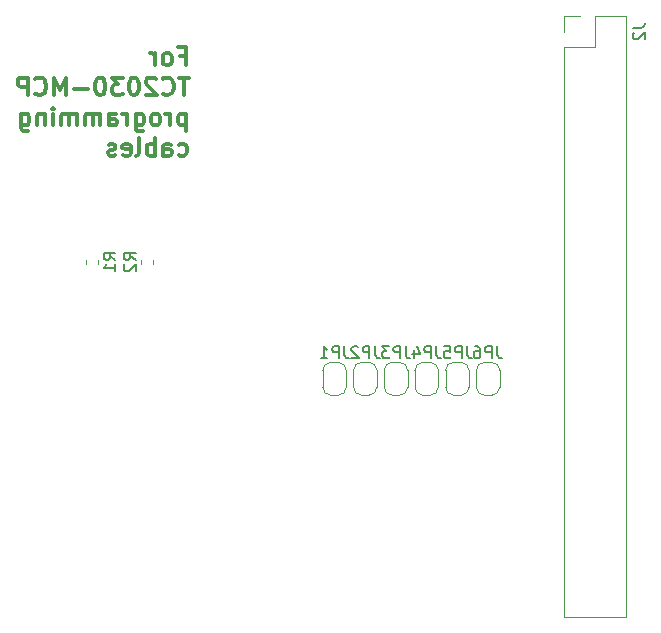
<source format=gbo>
G04 #@! TF.GenerationSoftware,KiCad,Pcbnew,5.0-dev-unknown-9241a39~61~ubuntu17.10.1*
G04 #@! TF.CreationDate,2018-07-25T16:03:07+02:00*
G04 #@! TF.ProjectId,tag-connect-hat,7461672D636F6E6E6563742D6861742E,rev?*
G04 #@! TF.SameCoordinates,Original*
G04 #@! TF.FileFunction,Legend,Bot*
G04 #@! TF.FilePolarity,Positive*
%FSLAX46Y46*%
G04 Gerber Fmt 4.6, Leading zero omitted, Abs format (unit mm)*
G04 Created by KiCad (PCBNEW 5.0-dev-unknown-9241a39~61~ubuntu17.10.1) date Wed Jul 25 16:03:07 2018*
%MOMM*%
%LPD*%
G01*
G04 APERTURE LIST*
%ADD10C,0.300000*%
%ADD11C,0.120000*%
%ADD12C,0.150000*%
G04 APERTURE END LIST*
D10*
X91147857Y-103067857D02*
X91647857Y-103067857D01*
X91647857Y-103853571D02*
X91647857Y-102353571D01*
X90933571Y-102353571D01*
X90147857Y-103853571D02*
X90290714Y-103782142D01*
X90362142Y-103710714D01*
X90433571Y-103567857D01*
X90433571Y-103139285D01*
X90362142Y-102996428D01*
X90290714Y-102925000D01*
X90147857Y-102853571D01*
X89933571Y-102853571D01*
X89790714Y-102925000D01*
X89719285Y-102996428D01*
X89647857Y-103139285D01*
X89647857Y-103567857D01*
X89719285Y-103710714D01*
X89790714Y-103782142D01*
X89933571Y-103853571D01*
X90147857Y-103853571D01*
X89005000Y-103853571D02*
X89005000Y-102853571D01*
X89005000Y-103139285D02*
X88933571Y-102996428D01*
X88862142Y-102925000D01*
X88719285Y-102853571D01*
X88576428Y-102853571D01*
X91862142Y-104903571D02*
X91005000Y-104903571D01*
X91433571Y-106403571D02*
X91433571Y-104903571D01*
X89647857Y-106260714D02*
X89719285Y-106332142D01*
X89933571Y-106403571D01*
X90076428Y-106403571D01*
X90290714Y-106332142D01*
X90433571Y-106189285D01*
X90505000Y-106046428D01*
X90576428Y-105760714D01*
X90576428Y-105546428D01*
X90505000Y-105260714D01*
X90433571Y-105117857D01*
X90290714Y-104975000D01*
X90076428Y-104903571D01*
X89933571Y-104903571D01*
X89719285Y-104975000D01*
X89647857Y-105046428D01*
X89076428Y-105046428D02*
X89005000Y-104975000D01*
X88862142Y-104903571D01*
X88505000Y-104903571D01*
X88362142Y-104975000D01*
X88290714Y-105046428D01*
X88219285Y-105189285D01*
X88219285Y-105332142D01*
X88290714Y-105546428D01*
X89147857Y-106403571D01*
X88219285Y-106403571D01*
X87290714Y-104903571D02*
X87147857Y-104903571D01*
X87005000Y-104975000D01*
X86933571Y-105046428D01*
X86862142Y-105189285D01*
X86790714Y-105475000D01*
X86790714Y-105832142D01*
X86862142Y-106117857D01*
X86933571Y-106260714D01*
X87005000Y-106332142D01*
X87147857Y-106403571D01*
X87290714Y-106403571D01*
X87433571Y-106332142D01*
X87505000Y-106260714D01*
X87576428Y-106117857D01*
X87647857Y-105832142D01*
X87647857Y-105475000D01*
X87576428Y-105189285D01*
X87505000Y-105046428D01*
X87433571Y-104975000D01*
X87290714Y-104903571D01*
X86290714Y-104903571D02*
X85362142Y-104903571D01*
X85862142Y-105475000D01*
X85647857Y-105475000D01*
X85505000Y-105546428D01*
X85433571Y-105617857D01*
X85362142Y-105760714D01*
X85362142Y-106117857D01*
X85433571Y-106260714D01*
X85505000Y-106332142D01*
X85647857Y-106403571D01*
X86076428Y-106403571D01*
X86219285Y-106332142D01*
X86290714Y-106260714D01*
X84433571Y-104903571D02*
X84290714Y-104903571D01*
X84147857Y-104975000D01*
X84076428Y-105046428D01*
X84005000Y-105189285D01*
X83933571Y-105475000D01*
X83933571Y-105832142D01*
X84005000Y-106117857D01*
X84076428Y-106260714D01*
X84147857Y-106332142D01*
X84290714Y-106403571D01*
X84433571Y-106403571D01*
X84576428Y-106332142D01*
X84647857Y-106260714D01*
X84719285Y-106117857D01*
X84790714Y-105832142D01*
X84790714Y-105475000D01*
X84719285Y-105189285D01*
X84647857Y-105046428D01*
X84576428Y-104975000D01*
X84433571Y-104903571D01*
X83290714Y-105832142D02*
X82147857Y-105832142D01*
X81433571Y-106403571D02*
X81433571Y-104903571D01*
X80933571Y-105975000D01*
X80433571Y-104903571D01*
X80433571Y-106403571D01*
X78862142Y-106260714D02*
X78933571Y-106332142D01*
X79147857Y-106403571D01*
X79290714Y-106403571D01*
X79505000Y-106332142D01*
X79647857Y-106189285D01*
X79719285Y-106046428D01*
X79790714Y-105760714D01*
X79790714Y-105546428D01*
X79719285Y-105260714D01*
X79647857Y-105117857D01*
X79505000Y-104975000D01*
X79290714Y-104903571D01*
X79147857Y-104903571D01*
X78933571Y-104975000D01*
X78862142Y-105046428D01*
X78219285Y-106403571D02*
X78219285Y-104903571D01*
X77647857Y-104903571D01*
X77505000Y-104975000D01*
X77433571Y-105046428D01*
X77362142Y-105189285D01*
X77362142Y-105403571D01*
X77433571Y-105546428D01*
X77505000Y-105617857D01*
X77647857Y-105689285D01*
X78219285Y-105689285D01*
X91647857Y-107953571D02*
X91647857Y-109453571D01*
X91647857Y-108025000D02*
X91505000Y-107953571D01*
X91219285Y-107953571D01*
X91076428Y-108025000D01*
X91005000Y-108096428D01*
X90933571Y-108239285D01*
X90933571Y-108667857D01*
X91005000Y-108810714D01*
X91076428Y-108882142D01*
X91219285Y-108953571D01*
X91505000Y-108953571D01*
X91647857Y-108882142D01*
X90290714Y-108953571D02*
X90290714Y-107953571D01*
X90290714Y-108239285D02*
X90219285Y-108096428D01*
X90147857Y-108025000D01*
X90005000Y-107953571D01*
X89862142Y-107953571D01*
X89147857Y-108953571D02*
X89290714Y-108882142D01*
X89362142Y-108810714D01*
X89433571Y-108667857D01*
X89433571Y-108239285D01*
X89362142Y-108096428D01*
X89290714Y-108025000D01*
X89147857Y-107953571D01*
X88933571Y-107953571D01*
X88790714Y-108025000D01*
X88719285Y-108096428D01*
X88647857Y-108239285D01*
X88647857Y-108667857D01*
X88719285Y-108810714D01*
X88790714Y-108882142D01*
X88933571Y-108953571D01*
X89147857Y-108953571D01*
X87362142Y-107953571D02*
X87362142Y-109167857D01*
X87433571Y-109310714D01*
X87505000Y-109382142D01*
X87647857Y-109453571D01*
X87862142Y-109453571D01*
X88005000Y-109382142D01*
X87362142Y-108882142D02*
X87505000Y-108953571D01*
X87790714Y-108953571D01*
X87933571Y-108882142D01*
X88005000Y-108810714D01*
X88076428Y-108667857D01*
X88076428Y-108239285D01*
X88005000Y-108096428D01*
X87933571Y-108025000D01*
X87790714Y-107953571D01*
X87505000Y-107953571D01*
X87362142Y-108025000D01*
X86647857Y-108953571D02*
X86647857Y-107953571D01*
X86647857Y-108239285D02*
X86576428Y-108096428D01*
X86505000Y-108025000D01*
X86362142Y-107953571D01*
X86219285Y-107953571D01*
X85076428Y-108953571D02*
X85076428Y-108167857D01*
X85147857Y-108025000D01*
X85290714Y-107953571D01*
X85576428Y-107953571D01*
X85719285Y-108025000D01*
X85076428Y-108882142D02*
X85219285Y-108953571D01*
X85576428Y-108953571D01*
X85719285Y-108882142D01*
X85790714Y-108739285D01*
X85790714Y-108596428D01*
X85719285Y-108453571D01*
X85576428Y-108382142D01*
X85219285Y-108382142D01*
X85076428Y-108310714D01*
X84362142Y-108953571D02*
X84362142Y-107953571D01*
X84362142Y-108096428D02*
X84290714Y-108025000D01*
X84147857Y-107953571D01*
X83933571Y-107953571D01*
X83790714Y-108025000D01*
X83719285Y-108167857D01*
X83719285Y-108953571D01*
X83719285Y-108167857D02*
X83647857Y-108025000D01*
X83505000Y-107953571D01*
X83290714Y-107953571D01*
X83147857Y-108025000D01*
X83076428Y-108167857D01*
X83076428Y-108953571D01*
X82362142Y-108953571D02*
X82362142Y-107953571D01*
X82362142Y-108096428D02*
X82290714Y-108025000D01*
X82147857Y-107953571D01*
X81933571Y-107953571D01*
X81790714Y-108025000D01*
X81719285Y-108167857D01*
X81719285Y-108953571D01*
X81719285Y-108167857D02*
X81647857Y-108025000D01*
X81505000Y-107953571D01*
X81290714Y-107953571D01*
X81147857Y-108025000D01*
X81076428Y-108167857D01*
X81076428Y-108953571D01*
X80362142Y-108953571D02*
X80362142Y-107953571D01*
X80362142Y-107453571D02*
X80433571Y-107525000D01*
X80362142Y-107596428D01*
X80290714Y-107525000D01*
X80362142Y-107453571D01*
X80362142Y-107596428D01*
X79647857Y-107953571D02*
X79647857Y-108953571D01*
X79647857Y-108096428D02*
X79576428Y-108025000D01*
X79433571Y-107953571D01*
X79219285Y-107953571D01*
X79076428Y-108025000D01*
X79005000Y-108167857D01*
X79005000Y-108953571D01*
X77647857Y-107953571D02*
X77647857Y-109167857D01*
X77719285Y-109310714D01*
X77790714Y-109382142D01*
X77933571Y-109453571D01*
X78147857Y-109453571D01*
X78290714Y-109382142D01*
X77647857Y-108882142D02*
X77790714Y-108953571D01*
X78076428Y-108953571D01*
X78219285Y-108882142D01*
X78290714Y-108810714D01*
X78362142Y-108667857D01*
X78362142Y-108239285D01*
X78290714Y-108096428D01*
X78219285Y-108025000D01*
X78076428Y-107953571D01*
X77790714Y-107953571D01*
X77647857Y-108025000D01*
X91005000Y-111432142D02*
X91147857Y-111503571D01*
X91433571Y-111503571D01*
X91576428Y-111432142D01*
X91647857Y-111360714D01*
X91719285Y-111217857D01*
X91719285Y-110789285D01*
X91647857Y-110646428D01*
X91576428Y-110575000D01*
X91433571Y-110503571D01*
X91147857Y-110503571D01*
X91005000Y-110575000D01*
X89719285Y-111503571D02*
X89719285Y-110717857D01*
X89790714Y-110575000D01*
X89933571Y-110503571D01*
X90219285Y-110503571D01*
X90362142Y-110575000D01*
X89719285Y-111432142D02*
X89862142Y-111503571D01*
X90219285Y-111503571D01*
X90362142Y-111432142D01*
X90433571Y-111289285D01*
X90433571Y-111146428D01*
X90362142Y-111003571D01*
X90219285Y-110932142D01*
X89862142Y-110932142D01*
X89719285Y-110860714D01*
X89005000Y-111503571D02*
X89005000Y-110003571D01*
X89005000Y-110575000D02*
X88862142Y-110503571D01*
X88576428Y-110503571D01*
X88433571Y-110575000D01*
X88362142Y-110646428D01*
X88290714Y-110789285D01*
X88290714Y-111217857D01*
X88362142Y-111360714D01*
X88433571Y-111432142D01*
X88576428Y-111503571D01*
X88862142Y-111503571D01*
X89005000Y-111432142D01*
X87433571Y-111503571D02*
X87576428Y-111432142D01*
X87647857Y-111289285D01*
X87647857Y-110003571D01*
X86290714Y-111432142D02*
X86433571Y-111503571D01*
X86719285Y-111503571D01*
X86862142Y-111432142D01*
X86933571Y-111289285D01*
X86933571Y-110717857D01*
X86862142Y-110575000D01*
X86719285Y-110503571D01*
X86433571Y-110503571D01*
X86290714Y-110575000D01*
X86219285Y-110717857D01*
X86219285Y-110860714D01*
X86933571Y-111003571D01*
X85647857Y-111432142D02*
X85505000Y-111503571D01*
X85219285Y-111503571D01*
X85076428Y-111432142D01*
X85005000Y-111289285D01*
X85005000Y-111217857D01*
X85076428Y-111075000D01*
X85219285Y-111003571D01*
X85433571Y-111003571D01*
X85576428Y-110932142D01*
X85647857Y-110789285D01*
X85647857Y-110717857D01*
X85576428Y-110575000D01*
X85433571Y-110503571D01*
X85219285Y-110503571D01*
X85076428Y-110575000D01*
D11*
X84210000Y-120328733D02*
X84210000Y-120671267D01*
X83190000Y-120328733D02*
X83190000Y-120671267D01*
X87790000Y-120328733D02*
X87790000Y-120671267D01*
X88810000Y-120328733D02*
X88810000Y-120671267D01*
X128870000Y-99670000D02*
X126270000Y-99670000D01*
X128870000Y-99670000D02*
X128870000Y-150590000D01*
X128870000Y-150590000D02*
X123670000Y-150590000D01*
X123670000Y-102270000D02*
X123670000Y-150590000D01*
X126270000Y-102270000D02*
X123670000Y-102270000D01*
X126270000Y-99670000D02*
X126270000Y-102270000D01*
X123670000Y-99670000D02*
X123670000Y-101000000D01*
X125000000Y-99670000D02*
X123670000Y-99670000D01*
X105200000Y-131100000D02*
X105200000Y-129700000D01*
X104500000Y-129000000D02*
X103900000Y-129000000D01*
X103200000Y-129700000D02*
X103200000Y-131100000D01*
X103900000Y-131800000D02*
X104500000Y-131800000D01*
X104500000Y-131800000D02*
G75*
G03X105200000Y-131100000I0J700000D01*
G01*
X103200000Y-131100000D02*
G75*
G03X103900000Y-131800000I700000J0D01*
G01*
X103900000Y-129000000D02*
G75*
G03X103200000Y-129700000I0J-700000D01*
G01*
X105200000Y-129700000D02*
G75*
G03X104500000Y-129000000I-700000J0D01*
G01*
X107800000Y-129700000D02*
G75*
G03X107100000Y-129000000I-700000J0D01*
G01*
X106500000Y-129000000D02*
G75*
G03X105800000Y-129700000I0J-700000D01*
G01*
X105800000Y-131100000D02*
G75*
G03X106500000Y-131800000I700000J0D01*
G01*
X107100000Y-131800000D02*
G75*
G03X107800000Y-131100000I0J700000D01*
G01*
X106500000Y-131800000D02*
X107100000Y-131800000D01*
X105800000Y-129700000D02*
X105800000Y-131100000D01*
X107100000Y-129000000D02*
X106500000Y-129000000D01*
X107800000Y-131100000D02*
X107800000Y-129700000D01*
X110400000Y-129700000D02*
G75*
G03X109700000Y-129000000I-700000J0D01*
G01*
X109100000Y-129000000D02*
G75*
G03X108400000Y-129700000I0J-700000D01*
G01*
X108400000Y-131100000D02*
G75*
G03X109100000Y-131800000I700000J0D01*
G01*
X109700000Y-131800000D02*
G75*
G03X110400000Y-131100000I0J700000D01*
G01*
X109100000Y-131800000D02*
X109700000Y-131800000D01*
X108400000Y-129700000D02*
X108400000Y-131100000D01*
X109700000Y-129000000D02*
X109100000Y-129000000D01*
X110400000Y-131100000D02*
X110400000Y-129700000D01*
X113000000Y-131100000D02*
X113000000Y-129700000D01*
X112300000Y-129000000D02*
X111700000Y-129000000D01*
X111000000Y-129700000D02*
X111000000Y-131100000D01*
X111700000Y-131800000D02*
X112300000Y-131800000D01*
X112300000Y-131800000D02*
G75*
G03X113000000Y-131100000I0J700000D01*
G01*
X111000000Y-131100000D02*
G75*
G03X111700000Y-131800000I700000J0D01*
G01*
X111700000Y-129000000D02*
G75*
G03X111000000Y-129700000I0J-700000D01*
G01*
X113000000Y-129700000D02*
G75*
G03X112300000Y-129000000I-700000J0D01*
G01*
X115600000Y-129700000D02*
G75*
G03X114900000Y-129000000I-700000J0D01*
G01*
X114300000Y-129000000D02*
G75*
G03X113600000Y-129700000I0J-700000D01*
G01*
X113600000Y-131100000D02*
G75*
G03X114300000Y-131800000I700000J0D01*
G01*
X114900000Y-131800000D02*
G75*
G03X115600000Y-131100000I0J700000D01*
G01*
X114300000Y-131800000D02*
X114900000Y-131800000D01*
X113600000Y-129700000D02*
X113600000Y-131100000D01*
X114900000Y-129000000D02*
X114300000Y-129000000D01*
X115600000Y-131100000D02*
X115600000Y-129700000D01*
X118200000Y-131100000D02*
X118200000Y-129700000D01*
X117500000Y-129000000D02*
X116900000Y-129000000D01*
X116200000Y-129700000D02*
X116200000Y-131100000D01*
X116900000Y-131800000D02*
X117500000Y-131800000D01*
X117500000Y-131800000D02*
G75*
G03X118200000Y-131100000I0J700000D01*
G01*
X116200000Y-131100000D02*
G75*
G03X116900000Y-131800000I700000J0D01*
G01*
X116900000Y-129000000D02*
G75*
G03X116200000Y-129700000I0J-700000D01*
G01*
X118200000Y-129700000D02*
G75*
G03X117500000Y-129000000I-700000J0D01*
G01*
D12*
X85652380Y-120333333D02*
X85176190Y-120000000D01*
X85652380Y-119761904D02*
X84652380Y-119761904D01*
X84652380Y-120142857D01*
X84700000Y-120238095D01*
X84747619Y-120285714D01*
X84842857Y-120333333D01*
X84985714Y-120333333D01*
X85080952Y-120285714D01*
X85128571Y-120238095D01*
X85176190Y-120142857D01*
X85176190Y-119761904D01*
X85652380Y-121285714D02*
X85652380Y-120714285D01*
X85652380Y-121000000D02*
X84652380Y-121000000D01*
X84795238Y-120904761D01*
X84890476Y-120809523D01*
X84938095Y-120714285D01*
X87352380Y-120333333D02*
X86876190Y-120000000D01*
X87352380Y-119761904D02*
X86352380Y-119761904D01*
X86352380Y-120142857D01*
X86400000Y-120238095D01*
X86447619Y-120285714D01*
X86542857Y-120333333D01*
X86685714Y-120333333D01*
X86780952Y-120285714D01*
X86828571Y-120238095D01*
X86876190Y-120142857D01*
X86876190Y-119761904D01*
X86447619Y-120714285D02*
X86400000Y-120761904D01*
X86352380Y-120857142D01*
X86352380Y-121095238D01*
X86400000Y-121190476D01*
X86447619Y-121238095D01*
X86542857Y-121285714D01*
X86638095Y-121285714D01*
X86780952Y-121238095D01*
X87352380Y-120666666D01*
X87352380Y-121285714D01*
X129452380Y-100666666D02*
X130166666Y-100666666D01*
X130309523Y-100619047D01*
X130404761Y-100523809D01*
X130452380Y-100380952D01*
X130452380Y-100285714D01*
X129547619Y-101095238D02*
X129500000Y-101142857D01*
X129452380Y-101238095D01*
X129452380Y-101476190D01*
X129500000Y-101571428D01*
X129547619Y-101619047D01*
X129642857Y-101666666D01*
X129738095Y-101666666D01*
X129880952Y-101619047D01*
X130452380Y-101047619D01*
X130452380Y-101666666D01*
X105033333Y-127652380D02*
X105033333Y-128366666D01*
X105080952Y-128509523D01*
X105176190Y-128604761D01*
X105319047Y-128652380D01*
X105414285Y-128652380D01*
X104557142Y-128652380D02*
X104557142Y-127652380D01*
X104176190Y-127652380D01*
X104080952Y-127700000D01*
X104033333Y-127747619D01*
X103985714Y-127842857D01*
X103985714Y-127985714D01*
X104033333Y-128080952D01*
X104080952Y-128128571D01*
X104176190Y-128176190D01*
X104557142Y-128176190D01*
X103033333Y-128652380D02*
X103604761Y-128652380D01*
X103319047Y-128652380D02*
X103319047Y-127652380D01*
X103414285Y-127795238D01*
X103509523Y-127890476D01*
X103604761Y-127938095D01*
X107633333Y-127652380D02*
X107633333Y-128366666D01*
X107680952Y-128509523D01*
X107776190Y-128604761D01*
X107919047Y-128652380D01*
X108014285Y-128652380D01*
X107157142Y-128652380D02*
X107157142Y-127652380D01*
X106776190Y-127652380D01*
X106680952Y-127700000D01*
X106633333Y-127747619D01*
X106585714Y-127842857D01*
X106585714Y-127985714D01*
X106633333Y-128080952D01*
X106680952Y-128128571D01*
X106776190Y-128176190D01*
X107157142Y-128176190D01*
X106204761Y-127747619D02*
X106157142Y-127700000D01*
X106061904Y-127652380D01*
X105823809Y-127652380D01*
X105728571Y-127700000D01*
X105680952Y-127747619D01*
X105633333Y-127842857D01*
X105633333Y-127938095D01*
X105680952Y-128080952D01*
X106252380Y-128652380D01*
X105633333Y-128652380D01*
X110233333Y-127652380D02*
X110233333Y-128366666D01*
X110280952Y-128509523D01*
X110376190Y-128604761D01*
X110519047Y-128652380D01*
X110614285Y-128652380D01*
X109757142Y-128652380D02*
X109757142Y-127652380D01*
X109376190Y-127652380D01*
X109280952Y-127700000D01*
X109233333Y-127747619D01*
X109185714Y-127842857D01*
X109185714Y-127985714D01*
X109233333Y-128080952D01*
X109280952Y-128128571D01*
X109376190Y-128176190D01*
X109757142Y-128176190D01*
X108852380Y-127652380D02*
X108233333Y-127652380D01*
X108566666Y-128033333D01*
X108423809Y-128033333D01*
X108328571Y-128080952D01*
X108280952Y-128128571D01*
X108233333Y-128223809D01*
X108233333Y-128461904D01*
X108280952Y-128557142D01*
X108328571Y-128604761D01*
X108423809Y-128652380D01*
X108709523Y-128652380D01*
X108804761Y-128604761D01*
X108852380Y-128557142D01*
X112833333Y-127652380D02*
X112833333Y-128366666D01*
X112880952Y-128509523D01*
X112976190Y-128604761D01*
X113119047Y-128652380D01*
X113214285Y-128652380D01*
X112357142Y-128652380D02*
X112357142Y-127652380D01*
X111976190Y-127652380D01*
X111880952Y-127700000D01*
X111833333Y-127747619D01*
X111785714Y-127842857D01*
X111785714Y-127985714D01*
X111833333Y-128080952D01*
X111880952Y-128128571D01*
X111976190Y-128176190D01*
X112357142Y-128176190D01*
X110928571Y-127985714D02*
X110928571Y-128652380D01*
X111166666Y-127604761D02*
X111404761Y-128319047D01*
X110785714Y-128319047D01*
X115433333Y-127652380D02*
X115433333Y-128366666D01*
X115480952Y-128509523D01*
X115576190Y-128604761D01*
X115719047Y-128652380D01*
X115814285Y-128652380D01*
X114957142Y-128652380D02*
X114957142Y-127652380D01*
X114576190Y-127652380D01*
X114480952Y-127700000D01*
X114433333Y-127747619D01*
X114385714Y-127842857D01*
X114385714Y-127985714D01*
X114433333Y-128080952D01*
X114480952Y-128128571D01*
X114576190Y-128176190D01*
X114957142Y-128176190D01*
X113480952Y-127652380D02*
X113957142Y-127652380D01*
X114004761Y-128128571D01*
X113957142Y-128080952D01*
X113861904Y-128033333D01*
X113623809Y-128033333D01*
X113528571Y-128080952D01*
X113480952Y-128128571D01*
X113433333Y-128223809D01*
X113433333Y-128461904D01*
X113480952Y-128557142D01*
X113528571Y-128604761D01*
X113623809Y-128652380D01*
X113861904Y-128652380D01*
X113957142Y-128604761D01*
X114004761Y-128557142D01*
X117983333Y-127652380D02*
X117983333Y-128366666D01*
X118030952Y-128509523D01*
X118126190Y-128604761D01*
X118269047Y-128652380D01*
X118364285Y-128652380D01*
X117507142Y-128652380D02*
X117507142Y-127652380D01*
X117126190Y-127652380D01*
X117030952Y-127700000D01*
X116983333Y-127747619D01*
X116935714Y-127842857D01*
X116935714Y-127985714D01*
X116983333Y-128080952D01*
X117030952Y-128128571D01*
X117126190Y-128176190D01*
X117507142Y-128176190D01*
X116078571Y-127652380D02*
X116269047Y-127652380D01*
X116364285Y-127700000D01*
X116411904Y-127747619D01*
X116507142Y-127890476D01*
X116554761Y-128080952D01*
X116554761Y-128461904D01*
X116507142Y-128557142D01*
X116459523Y-128604761D01*
X116364285Y-128652380D01*
X116173809Y-128652380D01*
X116078571Y-128604761D01*
X116030952Y-128557142D01*
X115983333Y-128461904D01*
X115983333Y-128223809D01*
X116030952Y-128128571D01*
X116078571Y-128080952D01*
X116173809Y-128033333D01*
X116364285Y-128033333D01*
X116459523Y-128080952D01*
X116507142Y-128128571D01*
X116554761Y-128223809D01*
M02*

</source>
